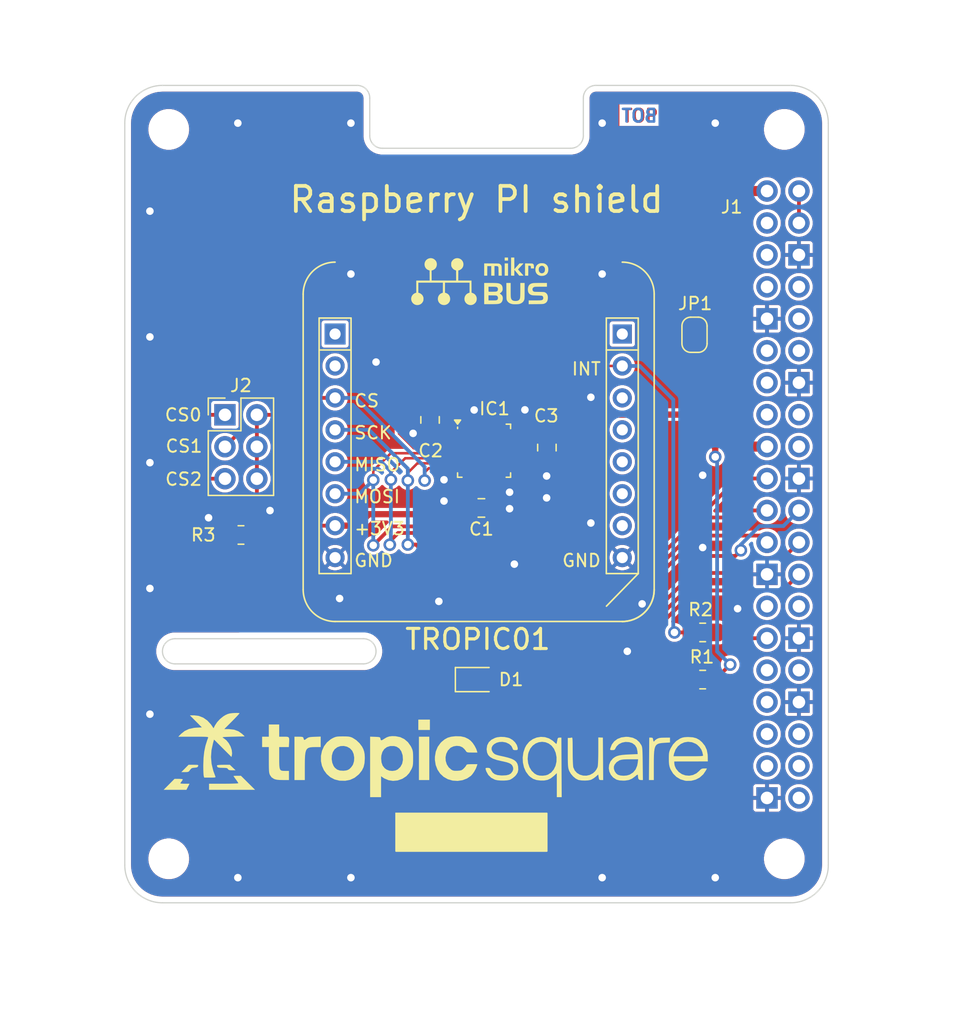
<source format=kicad_pcb>
(kicad_pcb (version 20241229) (generator "pcbnew") (generator_version "9.0")
  (layers (0 "F.Cu" signal) (2 "B.Cu" signal) (13 "F.Paste" user) (15 "B.Paste" user) (5 "F.SilkS" user "F.Silkscreen") (7 "B.SilkS" user "B.Silkscreen") (1 "F.Mask" user) (3 "B.Mask" user) (25 "Edge.Cuts" user))
  (net 0 "")
  (net 1 "GND")
  (net 2 "/GPO")
  (net 3 "VCC")
  (net 4 "/SPI_SCK")
  (net 5 "/SPI_MOSI")
  (net 6 "/SPI_CS")
  (net 7 "/SPI_MISO")
  (net 9 "Net-(D1-A)")
  (net 28 "/GPIO5")
  (net 29 "+5V")
  (net 50 "/SPI_CE0")
  (net 51 "/GPIO25")
  (net 53 "Net-(J1-Pin_1)")
  (net 54 "/SPI_CE1")
  (footprint "Capacitor_SMD:C_0805_2012Metric_Pad1.18x1.45mm_HandSolder" (layer "F.Cu") (at 146.1 98.8 90)
    (property "Reference" "C3" (at 2.52 -0.05 0) (layer "F.SilkS"))
    (property "Value" "100n")
    (pad "1" smd roundrect (at -1.0375 0 90) (size 1.175 1.45) (layers "F.Cu" "F.Mask" "F.Paste") (roundrect_rratio 0.212766) (net 1 "GND"))
    (pad "2" smd roundrect (at 1.0375 0 90) (size 1.175 1.45) (layers "F.Cu" "F.Mask" "F.Paste") (roundrect_rratio 0.212766) (net 3 "VCC"))
  )
  (footprint "Capacitor_SMD:C_0805_2012Metric_Pad1.18x1.45mm_HandSolder" (layer "F.Cu") (at 136.8 96.6 90)
    (property "Reference" "C2" (at -2.45 0.05 0) (layer "F.SilkS"))
    (property "Value" "100n")
    (pad "1" smd roundrect (at -1.0375 0 90) (size 1.175 1.45) (layers "F.Cu" "F.Mask" "F.Paste") (roundrect_rratio 0.212766) (net 1 "GND"))
    (pad "2" smd roundrect (at 1.0375 0 90) (size 1.175 1.45) (layers "F.Cu" "F.Mask" "F.Paste") (roundrect_rratio 0.212766) (net 3 "VCC"))
  )
  (footprint "Capacitor_SMD:C_0805_2012Metric_Pad1.18x1.45mm_HandSolder" (layer "F.Cu") (at 140.8875 103.6 180)
    (property "Reference" "C1" (at 0 -1.68 0) (layer "F.SilkS"))
    (property "Value" "100n")
    (pad "1" smd roundrect (at -1.0375 0 180) (size 1.175 1.45) (layers "F.Cu" "F.Mask" "F.Paste") (roundrect_rratio 0.212766) (net 1 "GND"))
    (pad "2" smd roundrect (at 1.0375 0 180) (size 1.175 1.45) (layers "F.Cu" "F.Mask" "F.Paste") (roundrect_rratio 0.212766) (net 3 "VCC"))
  )
  (footprint "ts_logo:tropicsquare_logo" (layer "F.Cu") (at 137.321836 122.762091)
    (property "Reference" "G1" (hide yes))
    (property "Value" "logo" (hide yes))
  )
  (footprint "ts_mikrobus:TROPIC01_mikrobus" (layer "F.Cu") (at 129.24 89.77)
    (property "Reference" "CON1" (hide yes))
    (property "Value" "TROPIC01" (at 11.36 24.28 0) (layer "F.SilkS") (effects (font (size 1.6 1.6) (thickness 0.25))))
    (fp_text user "+3V3" (at 3.54 15.475 0) (layer "F.SilkS"))
    (fp_text user "INT" (at 19.997534 2.775 0) (layer "F.SilkS"))
    (fp_text user "SCK" (at 3.01619 7.855 0) (layer "F.SilkS"))
    (fp_text user "GND" (at 3.063809 18.015 0) (layer "F.SilkS"))
    (fp_text user "MOSI" (at 3.349524 12.935 0) (layer "F.SilkS"))
    (fp_text user "CS" (at 2.51619 5.315 0) (layer "F.SilkS"))
    (fp_text user "MISO" (at 3.349524 10.395 0) (layer "F.SilkS"))
    (fp_text user "GND" (at 19.616581 18.015 0) (layer "F.SilkS"))
    (pad "P1" thru_hole rect (at 0 0) (size 1.6764 1.6764) (drill 0.889) (layers "*.Cu" "*.Mask"))
    (pad "P2" thru_hole circle (at 0 2.54) (size 1.524 1.524) (drill 0.889) (layers "*.Cu" "*.Mask"))
    (pad "P3" thru_hole circle (at 0 5.08) (size 1.524 1.524) (drill 0.889) (layers "*.Cu" "*.Mask") (net 6 "/SPI_CS"))
    (pad "P4" thru_hole circle (at 0 7.62) (size 1.524 1.524) (drill 0.889) (layers "*.Cu" "*.Mask") (net 4 "/SPI_SCK"))
    (pad "P5" thru_hole circle (at 0 10.16) (size 1.524 1.524) (drill 0.889) (layers "*.Cu" "*.Mask") (net 7 "/SPI_MISO"))
    (pad "P6" thru_hole circle (at 0 12.7) (size 1.524 1.524) (drill 0.889) (layers "*.Cu" "*.Mask") (net 5 "/SPI_MOSI"))
    (pad "P7" thru_hole circle (at 0 15.24) (size 1.524 1.524) (drill 0.889) (layers "*.Cu" "*.Mask") (net 3 "VCC"))
    (pad "P8" thru_hole circle (at 0 17.78) (size 1.524 1.524) (drill 0.889) (layers "*.Cu" "*.Mask") (net 1 "GND"))
    (pad "P9" thru_hole circle (at 22.86 17.78) (size 1.524 1.524) (drill 0.889) (layers "*.Cu" "*.Mask") (net 1 "GND"))
    (pad "P10" thru_hole circle (at 22.86 15.24) (size 1.524 1.524) (drill 0.889) (layers "*.Cu" "*.Mask"))
    (pad "P11" thru_hole circle (at 22.86 12.7) (size 1.524 1.524) (drill 0.889) (layers "*.Cu" "*.Mask"))
    (pad "P12" thru_hole circle (at 22.86 10.16) (size 1.524 1.524) (drill 0.889) (layers "*.Cu" "*.Mask"))
    (pad "P13" thru_hole circle (at 22.86 7.62) (size 1.524 1.524) (drill 0.889) (layers "*.Cu" "*.Mask"))
    (pad "P14" thru_hole circle (at 22.86 5.08) (size 1.524 1.524) (drill 0.889) (layers "*.Cu" "*.Mask"))
    (pad "P15" thru_hole circle (at 22.86 2.54) (size 1.524 1.524) (drill 0.889) (layers "*.Cu" "*.Mask") (net 2 "/GPO"))
    (pad "P16" thru_hole rect (at 22.86 0) (size 1.524 1.524) (drill 0.889) (layers "*.Cu" "*.Mask"))
  )
  (footprint "Resistor_SMD:R_0805_2012Metric_Pad1.20x1.40mm_HandSolder" (layer "F.Cu") (at 121.75 105.75)
    (property "Reference" "R3" (at -3 0 0) (layer "F.SilkS"))
    (property "Value" "47k")
    (pad "1" smd roundrect (at -1 0) (size 1.2 1.4) (layers "F.Cu" "F.Mask" "F.Paste") (roundrect_rratio 0.208333) (net 6 "/SPI_CS"))
    (pad "2" smd roundrect (at 1 0) (size 1.2 1.4) (layers "F.Cu" "F.Mask" "F.Paste") (roundrect_rratio 0.208333) (net 3 "VCC"))
  )
  (footprint "Resistor_SMD:R_0805_2012Metric_Pad1.20x1.40mm_HandSolder" (layer "F.Cu") (at 158.5 117.25)
    (property "Reference" "R1" (at -0.06 -1.8 0) (layer "F.SilkS"))
    (property "Value" "1k")
    (pad "1" smd roundrect (at -1 0) (size 1.2 1.4) (layers "F.Cu" "F.Mask" "F.Paste") (roundrect_rratio 0.208333) (net 9 "Net-(D1-A)"))
    (pad "2" smd roundrect (at 1 0) (size 1.2 1.4) (layers "F.Cu" "F.Mask" "F.Paste") (roundrect_rratio 0.208333) (net 3 "VCC"))
  )
  (footprint "Fiducial:Fiducial_0.5mm_Mask1mm" (layer "F.Cu") (at 157.5 131.5)
    (property "Reference" "FID1" (hide yes))
    (property "Value" "Fiducial" (hide yes))
    (pad "" smd circle (at 0 0) (size 0.5 0.5) (layers "F.Cu" "F.Mask") (clearance 0.25))
  )
  (footprint "shields:RPI_Hat_B+" (layer "F.Cu") (at 165 102.5 -90)
    (property "Reference" "J1" (at -22.83 4.19 0) (layer "F.SilkS"))
    (property "Value" "RPI socket")
    (fp_line (start -29.5 52.5) (end 29.5 52.5) (stroke (width 0.1)) (layer "Edge.Cuts"))
    (fp_line (start -32.5 34) (end -32.5 49.5) (stroke (width 0.1)) (layer "Edge.Cuts"))
    (fp_line (start 11.5 33.5) (end 11.5 48.5) (stroke (width 0.1)) (layer "Edge.Cuts"))
    (fp_line (start 13.5 33.5) (end 13.5 48.5) (stroke (width 0.1)) (layer "Edge.Cuts"))
    (fp_line (start -31.5 33) (end -28.5 33) (stroke (width 0.1)) (layer "Edge.Cuts"))
    (fp_line (start -27.5 17) (end -27.5 32) (stroke (width 0.1)) (layer "Edge.Cuts"))
    (fp_line (start -31.5 16) (end -28.5 16) (stroke (width 0.1)) (layer "Edge.Cuts"))
    (fp_line (start -32.5 -0.5) (end -32.5 15) (stroke (width 0.1)) (layer "Edge.Cuts"))
    (fp_line (start 32.5 -0.5) (end 32.5 49.5) (stroke (width 0.1)) (layer "Edge.Cuts"))
    (fp_line (start -29.500001 -3.500001) (end 29.5 -3.5) (stroke (width 0.1)) (layer "Edge.Cuts"))
    (fp_arc (start -29.5 52.5) (mid -31.62132 51.62132) (end -32.5 49.5) (stroke (width 0.1)) (layer "Edge.Cuts"))
    (fp_arc (start 32.5 49.5) (mid 31.62132 51.62132) (end 29.5 52.5) (stroke (width 0.1)) (layer "Edge.Cuts"))
    (fp_arc (start 13.5 48.5) (mid 12.5 49.5) (end 11.5 48.5) (stroke (width 0.1)) (layer "Edge.Cuts"))
    (fp_arc (start -32.5 34) (mid -32.207107 33.292893) (end -31.5 33) (stroke (width 0.1)) (layer "Edge.Cuts"))
    (fp_arc (start 11.5 33.5) (mid 12.5 32.5) (end 13.5 33.5) (stroke (width 0.1)) (layer "Edge.Cuts"))
    (fp_arc (start -27.5 32) (mid -27.792893 32.707107) (end -28.5 33) (stroke (width 0.1)) (layer "Edge.Cuts"))
    (fp_arc (start -31.5 16) (mid -32.207107 15.707107) (end -32.5 15) (stroke (width 0.1)) (layer "Edge.Cuts"))
    (fp_arc (start -28.5 16) (mid -27.792893 16.292893) (end -27.5 17) (stroke (width 0.1)) (layer "Edge.Cuts"))
    (fp_arc (start -32.500001 -0.500001) (mid -31.621321 -2.621321) (end -29.500001 -3.500001) (stroke (width 0.1)) (layer "Edge.Cuts"))
    (fp_arc (start 29.5 -3.5) (mid 31.62132 -2.62132) (end 32.5 -0.5) (stroke (width 0.1)) (layer "Edge.Cuts"))
    (pad "" np_thru_hole circle (at -29 0) (size 2.75 2.75) (drill 2.75) (layers "*.Cu" "*.Mask"))
    (pad "" np_thru_hole circle (at -29 49) (size 2.75 2.75) (drill 2.75) (layers "*.Cu" "*.Mask"))
    (pad "" np_thru_hole circle (at 29 0) (size 2.75 2.75) (drill 2.75) (layers "*.Cu" "*.Mask"))
    (pad "" np_thru_hole circle (at 29 49) (size 2.75 2.75) (drill 2.75) (layers "*.Cu" "*.Mask"))
    (pad "1" thru_hole circle (at -24.1 1.378) (size 1.7 1.7) (drill 1) (layers "*.Cu" "*.Mask") (net 53 "Net-(J1-Pin_1)"))
    (pad "2" thru_hole oval (at -24.1 -1.162) (size 1.7 1.7) (drill 1) (layers "*.Cu" "*.Mask") (net 29 "+5V"))
    (pad "3" thru_hole oval (at -21.56 1.378) (size 1.7 1.7) (drill 1) (layers "*.Cu" "*.Mask"))
    (pad "4" thru_hole oval (at -21.56 -1.162) (size 1.7 1.7) (drill 1) (layers "*.Cu" "*.Mask") (net 29 "+5V"))
    (pad "5" thru_hole oval (at -19.02 1.378) (size 1.7 1.7) (drill 1) (layers "*.Cu" "*.Mask"))
    (pad "6" thru_hole rect (at -19.02 -1.162) (size 1.7 1.7) (drill 1) (layers "*.Cu" "*.Mask") (net 1 "GND"))
    (pad "7" thru_hole oval (at -16.48 1.378) (size 1.7 1.7) (drill 1) (layers "*.Cu" "*.Mask"))
    (pad "8" thru_hole oval (at -16.48 -1.162) (size 1.7 1.7) (drill 1) (layers "*.Cu" "*.Mask"))
    (pad "9" thru_hole rect (at -13.94 1.378) (size 1.7 1.7) (drill 1) (layers "*.Cu" "*.Mask") (net 1 "GND"))
    (pad "10" thru_hole oval (at -13.94 -1.162) (size 1.7 1.7) (drill 1) (layers "*.Cu" "*.Mask"))
    (pad "11" thru_hole oval (at -11.4 1.378) (size 1.7 1.7) (drill 1) (layers "*.Cu" "*.Mask"))
    (pad "12" thru_hole oval (at -11.4 -1.162) (size 1.7 1.7) (drill 1) (layers "*.Cu" "*.Mask"))
    (pad "13" thru_hole oval (at -8.86 1.378) (size 1.7 1.7) (drill 1) (layers "*.Cu" "*.Mask"))
    (pad "14" thru_hole rect (at -8.86 -1.162) (size 1.7 1.7) (drill 1) (layers "*.Cu" "*.Mask") (net 1 "GND"))
    (pad "15" thru_hole oval (at -6.32 1.378) (size 1.7 1.7) (drill 1) (layers "*.Cu" "*.Mask"))
    (pad "16" thru_hole oval (at -6.32 -1.162) (size 1.7 1.7) (drill 1) (layers "*.Cu" "*.Mask"))
    (pad "17" thru_hole oval (at -3.78 1.378) (size 1.7 1.7) (drill 1) (layers "*.Cu" "*.Mask") (net 53 "Net-(J1-Pin_1)"))
    (pad "18" thru_hole oval (at -3.78 -1.162) (size 1.7 1.7) (drill 1) (layers "*.Cu" "*.Mask"))
    (pad "19" thru_hole oval (at -1.24 1.378) (size 1.7 1.7) (drill 1) (layers "*.Cu" "*.Mask") (net 5 "/SPI_MOSI"))
    (pad "20" thru_hole rect (at -1.24 -1.162) (size 1.7 1.7) (drill 1) (layers "*.Cu" "*.Mask") (net 1 "GND"))
    (pad "21" thru_hole oval (at 1.3 1.378) (size 1.7 1.7) (drill 1) (layers "*.Cu" "*.Mask") (net 7 "/SPI_MISO"))
    (pad "22" thru_hole oval (at 1.3 -1.162) (size 1.7 1.7) (drill 1) (layers "*.Cu" "*.Mask") (net 51 "/GPIO25"))
    (pad "23" thru_hole oval (at 3.84 1.378) (size 1.7 1.7) (drill 1) (layers "*.Cu" "*.Mask") (net 4 "/SPI_SCK"))
    (pad "24" thru_hole oval (at 3.84 -1.162) (size 1.7 1.7) (drill 1) (layers "*.Cu" "*.Mask") (net 50 "/SPI_CE0"))
    (pad "25" thru_hole rect (at 6.38 1.378) (size 1.7 1.7) (drill 1) (layers "*.Cu" "*.Mask") (net 1 "GND"))
    (pad "26" thru_hole oval (at 6.38 -1.162) (size 1.7 1.7) (drill 1) (layers "*.Cu" "*.Mask") (net 54 "/SPI_CE1"))
    (pad "27" thru_hole oval (at 8.92 1.378) (size 1.7 1.7) (drill 1) (layers "*.Cu" "*.Mask"))
    (pad "28" thru_hole oval (at 8.92 -1.162) (size 1.7 1.7) (drill 1) (layers "*.Cu" "*.Mask"))
    (pad "29" thru_hole oval (at 11.46 1.378) (size 1.7 1.7) (drill 1) (layers "*.Cu" "*.Mask") (net 28 "/GPIO5"))
    (pad "30" thru_hole rect (at 11.46 -1.162) (size 1.7 1.7) (drill 1) (layers "*.Cu" "*.Mask") (net 1 "GND"))
    (pad "31" thru_hole oval (at 14 1.378) (size 1.7 1.7) (drill 1) (layers "*.Cu" "*.Mask"))
    (pad "32" thru_hole oval (at 14 -1.162) (size 1.7 1.7) (drill 1) (layers "*.Cu" "*.Mask"))
    (pad "33" thru_hole oval (at 16.54 1.378) (size 1.7 1.7) (drill 1) (layers "*.Cu" "*.Mask"))
    (pad "34" thru_hole rect (at 16.54 -1.162) (size 1.7 1.7) (drill 1) (layers "*.Cu" "*.Mask") (net 1 "GND"))
    (pad "35" thru_hole oval (at 19.08 1.378) (size 1.7 1.7) (drill 1) (layers "*.Cu" "*.Mask"))
    (pad "36" thru_hole oval (at 19.08 -1.162) (size 1.7 1.7) (drill 1) (layers "*.Cu" "*.Mask"))
    (pad "37" thru_hole oval (at 21.62 1.378) (size 1.7 1.7) (drill 1) (layers "*.Cu" "*.Mask"))
    (pad "38" thru_hole oval (at 21.62 -1.162) (size 1.7 1.7) (drill 1) (layers "*.Cu" "*.Mask"))
    (pad "39" thru_hole rect (at 24.16 1.378) (size 1.7 1.7) (drill 1) (layers "*.Cu" "*.Mask") (net 1 "GND"))
    (pad "40" thru_hole oval (at 24.16 -1.162) (size 1.7 1.7) (drill 1) (layers "*.Cu" "*.Mask"))
  )
  (footprint "LED_SMD:LED_0805_2012Metric" (layer "F.Cu") (at 140.5 117.25)
    (property "Reference" "D1" (at 2.75 0 0) (layer "F.SilkS"))
    (property "Value" "LED_G")
    (pad "1" smd roundrect (at -0.9375 0) (size 0.975 1.4) (layers "F.Cu" "F.Mask" "F.Paste") (net 1 "GND"))
    (pad "2" smd roundrect (at 0.9375 0) (size 0.975 1.4) (layers "F.Cu" "F.Mask" "F.Paste") (net 9 "Net-(D1-A)"))
  )
  (footprint "Resistor_SMD:R_0805_2012Metric_Pad1.20x1.40mm_HandSolder" (layer "F.Cu") (at 158.5 113.5)
    (property "Reference" "R2" (at -0.17 -1.81 0) (layer "F.SilkS"))
    (property "Value" "1k")
    (pad "1" smd roundrect (at -1 0) (size 1.2 1.4) (layers "F.Cu" "F.Mask" "F.Paste") (roundrect_rratio 0.208333) (net 2 "/GPO"))
    (pad "2" smd roundrect (at 1 0) (size 1.2 1.4) (layers "F.Cu" "F.Mask" "F.Paste") (roundrect_rratio 0.208333) (net 28 "/GPIO5"))
  )
  (footprint "_mechanical:SolderJumper-2_P1.3mm_Bridged" (layer "F.Cu") (at 157.85 89.83 -90)
    (property "Reference" "JP1" (at -2.48 -0.05 180) (layer "F.SilkS"))
    (property "Value" "SolderJumper_2_Bridged" (hide yes))
    (fp_poly (pts (xy -0.25 -0.1) (xy 0.25 -0.1) (xy 0.25 0.1) (xy -0.25 0.1)) (fill yes) (layer "F.Cu"))
    (pad "1" smd custom (at -0.6 0 270) (size 1 0.5) (layers "F.Cu" "F.Mask") (net 53 "Net-(J1-Pin_1)") (options (clearance outline) (anchor rect)) (primitives (gr_circle (center 0 0.25) (end 0.5 0.25) (width 0) (fill yes)) (gr_circle (center 0 -0.25) (end 0.5 -0.25) (width 0) (fill yes)) (gr_poly (pts (xy 0.5 0.75) (xy 0 0.75) (xy 0 -0.75) (xy 0.5 -0.75)) (width 0) (fill yes))))
    (pad "2" smd custom (at 0.6 0 270) (size 1 0.5) (layers "F.Cu" "F.Mask") (net 3 "VCC") (options (clearance outline) (anchor rect)) (primitives (gr_circle (center 0 0.25) (end 0.5 0.25) (width 0) (fill yes)) (gr_circle (center 0 -0.25) (end 0.5 -0.25) (width 0) (fill yes)) (gr_poly (pts (xy 0 0.75) (xy -0.5 0.75) (xy -0.5 -0.75) (xy 0 -0.75)) (width 0) (fill yes))))
  )
  (footprint "Connector_PinHeader_2.54mm:PinHeader_2x03_P2.54mm_Vertical" (layer "F.Cu") (at 120.475 96.195)
    (property "Reference" "J2" (at 1.27 -2.33 0) (layer "F.SilkS"))
    (property "Value" "CS select jumper switch")
    (pad "1" thru_hole rect (at 0 0) (size 1.7 1.7) (drill 1) (layers "*.Cu" "*.Mask") (net 50 "/SPI_CE0"))
    (pad "2" thru_hole oval (at 2.54 0) (size 1.7 1.7) (drill 1) (layers "*.Cu" "*.Mask") (net 6 "/SPI_CS"))
    (pad "3" thru_hole oval (at 0 2.54) (size 1.7 1.7) (drill 1) (layers "*.Cu" "*.Mask") (net 54 "/SPI_CE1"))
    (pad "4" thru_hole oval (at 2.54 2.54) (size 1.7 1.7) (drill 1) (layers "*.Cu" "*.Mask") (net 6 "/SPI_CS"))
    (pad "5" thru_hole oval (at 0 5.08) (size 1.7 1.7) (drill 1) (layers "*.Cu" "*.Mask") (net 51 "/GPIO25"))
    (pad "6" thru_hole oval (at 2.54 5.08) (size 1.7 1.7) (drill 1) (layers "*.Cu" "*.Mask") (net 6 "/SPI_CS"))
  )
  (footprint "tropic01_chip:QFN-32-1EP_4x4mm_P0.4mm_EP2.65x2.65mm" (layer "F.Cu") (at 141.1 99.05)
    (property "Reference" "IC1" (at 0.83 -3.34 0) (layer "F.SilkS"))
    (property "Value" "TROPIC01_chip")
    (pad "1" smd custom (at -1.95 -1.4) (size 0.129289 0.129289) (layers "F.Cu" "F.Mask" "F.Paste") (net 3 "VCC") (options (clearance outline) (anchor circle)) (primitives (gr_poly (pts (xy -0.35 -0.05) (xy 0.279289 -0.05) (xy 0.35 0.020711) (xy 0.35 0.05) (xy -0.35 0.05)) (width 0.1) (fill yes))))
    (pad "2" smd roundrect (at -1.95 -1) (size 0.8 0.2) (layers "F.Cu" "F.Mask" "F.Paste") (net 1 "GND"))
    (pad "3" smd roundrect (at -1.95 -0.6) (size 0.8 0.2) (layers "F.Cu" "F.Mask" "F.Paste") (net 1 "GND"))
    (pad "4" smd roundrect (at -1.95 -0.2) (size 0.8 0.2) (layers "F.Cu" "F.Mask" "F.Paste") (net 2 "/GPO"))
    (pad "5" smd roundrect (at -1.95 0.2) (size 0.8 0.2) (layers "F.Cu" "F.Mask" "F.Paste") (net 5 "/SPI_MOSI"))
    (pad "6" smd roundrect (at -1.95 0.6) (size 0.8 0.2) (layers "F.Cu" "F.Mask" "F.Paste") (net 7 "/SPI_MISO"))
    (pad "7" smd roundrect (at -1.95 1) (size 0.8 0.2) (layers "F.Cu" "F.Mask" "F.Paste") (net 4 "/SPI_SCK"))
    (pad "8" smd custom (at -1.95 1.4) (size 0.129289 0.129289) (layers "F.Cu" "F.Mask" "F.Paste") (net 6 "/SPI_CS") (options (clearance outline) (anchor circle)) (primitives (gr_poly (pts (xy -0.35 -0.05) (xy 0.35 -0.05) (xy 0.35 -0.020711) (xy 0.279289 0.05) (xy -0.35 0.05)) (width 0.1) (fill yes))))
    (pad "9" smd custom (at -1.4 1.95) (size 0.129289 0.129289) (layers "F.Cu" "F.Mask" "F.Paste") (net 1 "GND") (options (clearance outline) (anchor circle)) (primitives (gr_poly (pts (xy -0.05 -0.279289) (xy 0.020711 -0.35) (xy 0.05 -0.35) (xy 0.05 0.35) (xy -0.05 0.35)) (width 0.1) (fill yes))))
    (pad "10" smd roundrect (at -1 1.95) (size 0.2 0.8) (layers "F.Cu" "F.Mask" "F.Paste") (net 1 "GND"))
    (pad "11" smd roundrect (at -0.6 1.95) (size 0.2 0.8) (layers "F.Cu" "F.Mask" "F.Paste") (net 3 "VCC"))
    (pad "12" smd roundrect (at -0.2 1.95) (size 0.2 0.8) (layers "F.Cu" "F.Mask" "F.Paste") (net 1 "GND"))
    (pad "13" smd roundrect (at 0.2 1.95) (size 0.2 0.8) (layers "F.Cu" "F.Mask" "F.Paste"))
    (pad "14" smd roundrect (at 0.6 1.95) (size 0.2 0.8) (layers "F.Cu" "F.Mask" "F.Paste"))
    (pad "15" smd roundrect (at 1 1.95) (size 0.2 0.8) (layers "F.Cu" "F.Mask" "F.Paste"))
    (pad "16" smd custom (at 1.4 1.95) (size 0.129289 0.129289) (layers "F.Cu" "F.Mask" "F.Paste") (options (clearance outline) (anchor circle)) (primitives (gr_poly (pts (xy -0.05 -0.35) (xy -0.020711 -0.35) (xy 0.05 -0.279289) (xy 0.05 0.35) (xy -0.05 0.35)) (width 0.1) (fill yes))))
    (pad "17" smd custom (at 1.95 1.4) (size 0.129289 0.129289) (layers "F.Cu" "F.Mask" "F.Paste") (options (clearance outline) (anchor circle)) (primitives (gr_poly (pts (xy -0.35 -0.05) (xy 0.35 -0.05) (xy 0.35 0.05) (xy -0.279289 0.05) (xy -0.35 -0.020711)) (width 0.1) (fill yes))))
    (pad "18" smd roundrect (at 1.95 1) (size 0.8 0.2) (layers "F.Cu" "F.Mask" "F.Paste"))
    (pad "19" smd roundrect (at 1.95 0.6) (size 0.8 0.2) (layers "F.Cu" "F.Mask" "F.Paste"))
    (pad "20" smd roundrect (at 1.95 0.2) (size 0.8 0.2) (layers "F.Cu" "F.Mask" "F.Paste"))
    (pad "21" smd roundrect (at 1.95 -0.2) (size 0.8 0.2) (layers "F.Cu" "F.Mask" "F.Paste"))
    (pad "22" smd roundrect (at 1.95 -0.6) (size 0.8 0.2) (layers "F.Cu" "F.Mask" "F.Paste") (net 3 "VCC"))
    (pad "23" smd roundrect (at 1.95 -1) (size 0.8 0.2) (layers "F.Cu" "F.Mask" "F.Paste") (net 1 "GND"))
    (pad "24" smd custom (at 1.95 -1.4) (size 0.129289 0.129289) (layers "F.Cu" "F.Mask" "F.Paste") (net 3 "VCC") (options (clearance outline) (anchor circle)) (primitives (gr_poly (pts (xy -0.35 0.020711) (xy -0.279289 -0.05) (xy 0.35 -0.05) (xy 0.35 0.05) (xy -0.35 0.05)) (width 0.1) (fill yes))))
    (pad "25" smd custom (at 1.4 -1.95) (size 0.129289 0.129289) (layers "F.Cu" "F.Mask" "F.Paste") (options (clearance outline) (anchor circle)) (primitives (gr_poly (pts (xy -0.05 -0.35) (xy 0.05 -0.35) (xy 0.05 0.279289) (xy -0.020711 0.35) (xy -0.05 0.35)) (width 0.1) (fill yes))))
    (pad "26" smd roundrect (at 1 -1.95) (size 0.2 0.8) (layers "F.Cu" "F.Mask" "F.Paste"))
    (pad "27" smd roundrect (at 0.6 -1.95) (size 0.2 0.8) (layers "F.Cu" "F.Mask" "F.Paste"))
    (pad "28" smd roundrect (at 0.2 -1.95) (size 0.2 0.8) (layers "F.Cu" "F.Mask" "F.Paste"))
    (pad "29" smd roundrect (at -0.2 -1.95) (size 0.2 0.8) (layers "F.Cu" "F.Mask" "F.Paste"))
    (pad "30" smd roundrect (at -0.6 -1.95) (size 0.2 0.8) (layers "F.Cu" "F.Mask" "F.Paste") (net 1 "GND"))
    (pad "31" smd roundrect (at -1 -1.95) (size 0.2 0.8) (layers "F.Cu" "F.Mask" "F.Paste") (net 1 "GND"))
    (pad "32" smd custom (at -1.4 -1.95) (size 0.129289 0.129289) (layers "F.Cu" "F.Mask" "F.Paste") (options (clearance outline) (anchor circle)) (primitives (gr_poly (pts (xy -0.05 -0.35) (xy 0.05 -0.35) (xy 0.05 0.35) (xy 0.020711 0.35) (xy -0.05 0.279289)) (width 0.1) (fill yes))))
    (pad "33" smd rect (at 0 0) (size 2.65 2.65) (property pad_prop_heatsink) (layers "F.Cu" "F.Mask") (net 1 "GND"))
  )
  (gr_rect (start 134.09191 127.887802) (end 146.09191 130.887802) (stroke (width 0.12)) (fill yes) (layer "F.SilkS"))
  (gr_text "TOP" (at 152 73 0) (layer "F.Cu") (effects (font (size 1 1) (thickness 0.2) (bold yes)) (justify left bottom)))
  (gr_text "BOT" (at 155 73 0) (layer "B.Cu") (effects (font (size 1 1) (thickness 0.2) (bold yes)) (justify left bottom mirror)))
  (gr_text "CS2" (at 115.63 101.9 0) (layer "F.SilkS") (effects (font (size 1 1)) (justify left bottom)))
  (gr_text "Raspberry PI shield" (at 140.5 80.25 0) (layer "F.SilkS") (effects (font (size 2 2) (thickness 0.3)) (justify bottom)))
  (gr_text "CS1" (at 115.66 99.27 0) (layer "F.SilkS") (effects (font (size 1 1)) (justify left bottom)))
  (gr_text "CS0" (at 115.6 96.79 0) (layer "F.SilkS") (effects (font (size 1 1)) (justify left bottom)))
  (segment (start 142.1 98.05) (end 141.1 99.05) (width 0.2) (layer "F.Cu") (net 1))
  (segment (start 139.15 98.45) (end 140.5 98.45) (width 0.2) (layer "F.Cu") (net 1))
  (segment (start 140.9 99.25) (end 141.1 99.05) (width 0.2) (layer "F.Cu") (net 1))
  (segment (start 140.1 98.05) (end 141.1 99.05) (width 0.2) (layer "F.Cu") (net 1))
  (segment (start 144.23 98.05) (end 144.8 98.62) (width 0.2) (layer "F.Cu") (net 1))
  (segment (start 141.925 102.785) (end 141.925 103.6) (width 0.2) (layer "F.Cu") (net 1))
  (segment (start 139.15 98.05) (end 140.1 98.05) (width 0.2) (layer "F.Cu") (net 1))
  (segment (start 140.1 101) (end 140.1 101.65) (width 0.2) (layer "F.Cu") (net 1))
  (segment (start 140.1 97.1) (end 140.1 98.05) (width 0.2) (layer "F.Cu") (net 1))
  (segment (start 140.1 97.1) (end 140.1 96.02) (width 0.2) (layer "F.Cu") (net 1))
  (segment (start 139.7 101.68) (end 139.44 101.94) (width 0.2) (layer "F.Cu") (net 1))
  (segment (start 140.9 101.76) (end 141.925 102.785) (width 0.2) (layer "F.Cu") (net 1))
  (segment (start 140.9 101) (end 140.9 101.76) (width 0.2) (layer "F.Cu") (net 1))
  (segment (start 144.8 98.62) (end 144.8 99.47) (width 0.2) (layer "F.Cu") (net 1))
  (segment (start 140.1 100.05) (end 141.1 99.05) (width 0.2) (layer "F.Cu") (net 1))
  (segment (start 140.1 101) (end 140.1 100.05) (width 0.2) (layer "F.Cu") (net 1))
  (segment (start 143.05 98.05) (end 142.1 98.05) (width 0.2) (layer "F.Cu") (net 1))
  (segment (start 145.1675 99.8375) (end 146.1 99.8375) (width 0.2) (layer "F.Cu") (net 1))
  (segment (start 139.81 101.94) (end 139.44 101.94) (width 0.2) (layer "F.Cu") (net 1))
  (segment (start 140.1 101.65) (end 139.81 101.94) (width 0.2) (layer "F.Cu") (net 1))
  (segment (start 140.5 97.1) (end 140.5 96) (width 0.2) (layer "F.Cu") (net 1))
  (segment (start 139.44 101.94) (end 138.49 101.94) (width 0.2) (layer "F.Cu") (net 1))
  (segment (start 139.7 101) (end 139.7 101.68) (width 0.2) (layer "F.Cu") (net 1))
  (segment (start 138.49 101.94) (end 137.91 101.36) (width 0.2) (layer "F.Cu") (net 1))
  (segment (start 140.1 96.02) (end 140.31 95.81) (width 0.2) (layer "F.Cu") (net 1))
  (segment (start 139.15 98.45) (end 137.6125 98.45) (width 0.2) (layer "F.Cu") (net 1))
  (segment (start 140.5 98.45) (end 141.1 99.05) (width 0.2) (layer "F.Cu") (net 1))
  (segment (start 144.8 99.47) (end 145.1675 99.8375) (width 0.2) (layer "F.Cu") (net 1))
  (segment (start 140.5 96) (end 140.31 95.81) (width 0.2) (layer "F.Cu") (net 1))
  (segment (start 137.6125 98.45) (end 136.8 97.6375) (width 0.2) (layer "F.Cu") (net 1))
  (segment (start 139.15 98.05) (end 137.2125 98.05) (width 0.2) (layer "F.Cu") (net 1))
  (segment (start 140.5 97.1) (end 140.5 98.45) (width 0.2) (layer "F.Cu") (net 1))
  (segment (start 137.2125 98.05) (end 136.8 97.6375) (width 0.2) (layer "F.Cu") (net 1))
  (segment (start 140.01 100.14) (end 141.1 99.05) (width 0.2) (layer "F.Cu") (net 1))
  (segment (start 143.05 98.05) (end 144.23 98.05) (width 0.2) (layer "F.Cu") (net 1))
  (segment (start 140.9 101) (end 140.9 99.25) (width 0.2) (layer "F.Cu") (net 1))
  (via (at 130.5 85) (size 1) (drill 0.6) (layers "F.Cu" "B.Cu") (net 1))
  (via (at 149.6 104.8) (size 1) (drill 0.6) (layers "F.Cu" "B.Cu") (net 1))
  (via (at 153.68 111.23) (size 1) (drill 0.6) (layers "F.Cu" "B.Cu") (net 1))
  (via (at 137.5 111.03) (size 1) (drill 0.6) (layers "F.Cu" "B.Cu") (net 1))
  (via (at 114.5 90) (size 1) (drill 0.6) (layers "F.Cu" "B.Cu") (net 1))
  (via (at 132.5 92) (size 1) (drill 0.6) (layers "F.Cu" "B.Cu") (net 1))
  (via (at 158.5 101) (size 1) (drill 0.6) (layers "F.Cu" "B.Cu") (net 1))
  (via (at 119.17 104.38) (size 1) (drill 0.6) (layers "F.Cu" "B.Cu") (net 1))
  (via (at 143.13 103.66) (size 1) (drill 0.6) (layers "F.Cu" "B.Cu") (net 1))
  (via (at 140.31 95.81) (size 1) (drill 0.6) (layers "F.Cu" "B.Cu") (net 1))
  (via (at 152.5 115) (size 1) (drill 0.6) (layers "F.Cu" "B.Cu") (net 1))
  (via (at 121.5 73) (size 1) (drill 0.6) (layers "F.Cu" "B.Cu") (net 1))
  (via (at 150.5 73) (size 1) (drill 0.6) (layers "F.Cu" "B.Cu") (net 1))
  (via (at 114.5 80) (size 1) (drill 0.6) (layers "F.Cu" "B.Cu") (net 1))
  (via (at 161.28 111.61) (size 1) (drill 0.6) (layers "F.Cu" "B.Cu") (net 1))
  (via (at 130.5 133) (size 1) (drill 0.6) (layers "F.Cu" "B.Cu") (net 1))
  (via (at 150.5 133) (size 1) (drill 0.6) (layers "F.Cu" "B.Cu") (net 1))
  (via (at 129.6 110.8) (size 1) (drill 0.6) (layers "F.Cu" "B.Cu") (net 1))
  (via (at 159.5 133) (size 1) (drill 0.6) (layers "F.Cu" "B.Cu") (net 1))
  (via (at 146.08 102.8) (size 1) (drill 0.6) (layers "F.Cu" "B.Cu") (net 1))
  (via (at 146.08 101.06) (size 1) (drill 0.6) (layers "F.Cu" "B.Cu") (net 1))
  (via (at 158.5 106.75) (size 1) (drill 0.6) (layers "F.Cu" "B.Cu") (net 1))
  (via (at 114.5 100) (size 1) (drill 0.6) (layers "F.Cu" "B.Cu") (net 1))
  (via (at 159.5 73) (size 1) (drill 0.6) (layers "F.Cu" "B.Cu") (net 1))
  (via (at 143.13 102.35) (size 1) (drill 0.6) (layers "F.Cu" "B.Cu") (net 1))
  (via (at 137.91 101.36) (size 1) (drill 0.6) (layers "F.Cu" "B.Cu") (net 1))
  (via (at 114.5 120) (size 1) (drill 0.6) (layers "F.Cu" "B.Cu") (net 1))
  (via (at 114.5 110) (size 1) (drill 0.6) (layers "F.Cu" "B.Cu") (net 1))
  (via (at 121.5 133) (size 1) (drill 0.6) (layers "F.Cu" "B.Cu") (net 1))
  (via (at 135.45 97.67) (size 1) (drill 0.6) (layers "F.Cu" "B.Cu") (net 1))
  (via (at 143.51 108.07) (size 1) (drill 0.6) (layers "F.Cu" "B.Cu") (net 1))
  (via (at 149.6 94.8) (size 1) (drill 0.6) (layers "F.Cu" "B.Cu") (net 1))
  (via (at 124.06 103.81) (size 1) (drill 0.6) (layers "F.Cu" "B.Cu") (net 1))
  (via (at 150.5 85) (size 1) (drill 0.6) (layers "F.Cu" "B.Cu") (net 1))
  (via (at 130.5 73) (size 1) (drill 0.6) (layers "F.Cu" "B.Cu") (net 1))
  (via (at 144.35 95.8) (size 1) (drill 0.6) (layers "F.Cu" "B.Cu") (net 1))
  (via (at 137.91 103.05) (size 1) (drill 0.6) (layers "F.Cu" "B.Cu") (net 1))
  (segment (start 135.498629 98.85) (end 134.33 97.681371) (width 0.2) (layer "F.Cu") (net 2))
  (segment (start 156.25 113.5) (end 157.5 113.5) (width 0.3) (layer "F.Cu") (net 2))
  (segment (start 139.15 98.85) (end 135.498629 98.85) (width 0.2) (layer "F.Cu") (net 2))
  (segment (start 134.33 97.681371) (end 134.33 94.05) (width 0.2) (layer "F.Cu") (net 2))
  (segment (start 136.07 92.31) (end 152.6 92.31) (width 0.2) (layer "F.Cu") (net 2))
  (segment (start 134.33 94.05) (end 136.07 92.31) (width 0.2) (layer "F.Cu") (net 2))
  (via (at 156.25 113.5) (size 1) (drill 0.6) (layers "F.Cu" "B.Cu") (net 2))
  (segment (start 156.25 113.5) (end 156.16 113.41) (width 0.3) (layer "B.Cu") (net 2))
  (segment (start 153.48 92.31) (end 152.1 92.31) (width 0.3) (layer "B.Cu") (net 2))
  (segment (start 156.16 94.99) (end 153.48 92.31) (width 0.3) (layer "B.Cu") (net 2))
  (segment (start 156.16 113.41) (end 156.16 94.99) (width 0.3) (layer "B.Cu") (net 2))
  (segment (start 157.88 96.178) (end 148.002 96.178) (width 0.5) (layer "F.Cu") (net 3))
  (segment (start 138.025 104.1) (end 139.195 105.27) (width 0.5) (layer "F.Cu") (net 3))
  (segment (start 131.02 105.01) (end 131.93 104.1) (width 0.5) (layer "F.Cu") (net 3))
  (segment (start 148.002 96.178) (end 147.61 96.57) (width 0.5) (layer "F.Cu") (net 3))
  (segment (start 139.83 103.58) (end 139.85 103.6) (width 0.5) (layer "F.Cu") (net 3))
  (segment (start 137.5125 95.5625) (end 136.8 95.5625) (width 0.2) (layer "F.Cu") (net 3))
  (segment (start 143.92 98.45) (end 144.4 98.93) (width 0.2) (layer "F.Cu") (net 3))
  (segment (start 145.9875 97.65) (end 146.1 97.7625) (width 0.2) (layer "F.Cu") (net 3))
  (segment (start 129.74 105.01) (end 131.02 105.01) (width 0.5) (layer "F.Cu") (net 3))
  (segment (start 139.82 105.27) (end 144.4 105.27) (width 0.5) (layer "F.Cu") (net 3))
  (segment (start 139.195 105.27) (end 139.82 105.27) (width 0.5) (layer "F.Cu") (net 3))
  (segment (start 160.69 116.06) (end 159.5 117.25) (width 0.3) (layer "F.Cu") (net 3))
  (segment (start 144.4 105.27) (end 145.72 105.27) (width 0.5) (layer "F.Cu") (net 3))
  (segment (start 159.5 99.54) (end 159.5 98.8) (width 0.5) (layer "F.Cu") (net 3))
  (segment (start 146.1 97.7625) (end 147.5925 97.7625) (width 0.2) (layer "F.Cu") (net 3))
  (segment (start 147.61 103.38) (end 147.61 97.78) (width 0.5) (layer "F.Cu") (net 3))
  (segment (start 139.85 105.24) (end 139.82 105.27) (width 0.2) (layer "F.Cu") (net 3))
  (segment (start 147.5925 97.7625) (end 147.61 97.78) (width 0.2) (layer "F.Cu") (net 3))
  (segment (start 157.85 90.43) (end 157.85 96.148) (width 0.8) (layer "F.Cu") (net 3))
  (segment (start 147.61 97.78) (end 147.61 96.57) (width 0.5) (layer "F.Cu") (net 3))
  (segment (start 140.5 101) (end 140.5 101.82) (width 0.2) (layer "F.Cu") (net 3))
  (segment (start 122.75 105.75) (end 125.72 105.75) (width 0.3) (layer "F.Cu") (net 3))
  (segment (start 143.05 98.45) (end 143.92 98.45) (width 0.2) (layer "F.Cu") (net 3))
  (segment (start 126.46 105.01) (end 129.24 105.01) (width 0.3) (layer "F.Cu") (net 3))
  (segment (start 125.72 105.75) (end 126.46 105.01) (width 0.3) (layer "F.Cu") (net 3))
  (segment (start 157.86 96.198) (end 157.88 96.178) (width 0.5) (layer "F.Cu") (net 3))
  (segment (start 145.72 105.27) (end 147.61 103.38) (width 0.5) (layer "F.Cu") (net 3))
  (segment (start 131.93 104.1) (end 138.025 104.1) (width 0.5) (layer "F.Cu") (net 3))
  (segment (start 157.86 97.16) (end 157.86 96.198) (width 0.5) (layer "F.Cu") (net 3))
  (segment (start 157.85 96.148) (end 157.88 96.178) (width 0.8) (layer "F.Cu") (net 3))
  (segment (start 159.5 98.8) (end 157.86 97.16) (width 0.5) (layer "F.Cu") (net 3))
  (segment (start 137.12 94.33) (end 136.8 94.65) (width 0.5) (layer "F.Cu") (net 3))
  (segment (start 144.4 98.93) (end 144.4 105.27) (width 0.2) (layer "F.Cu") (net 3))
  (segment (start 139.15 97.65) (end 138.48 97.65) (width 0.2) (layer "F.Cu") (net 3))
  (segment (start 145.37 94.33) (end 137.12 94.33) (width 0.5) (layer "F.Cu") (net 3))
  (segment (start 139.85 102.47) (end 139.85 103.6) (width 0.2) (layer "F.Cu") (net 3))
  (segment (start 138.48 97.65) (end 138.11 97.28) (width 0.2) (layer "F.Cu") (net 3))
  (segment (start 147.61 96.57) (end 145.37 94.33) (width 0.5) (layer "F.Cu") (net 3))
  (segment (start 136.8 94.65) (end 136.8 95.5625) (width 0.5) (layer "F.Cu") (net 3))
  (segment (start 138.11 97.28) (end 138.11 96.16) (width 0.2) (layer "F.Cu") (net 3))
  (segment (start 140.5 101.82) (end 139.85 102.47) (width 0.2) (layer "F.Cu") (net 3))
  (segment (start 139.85 103.6) (end 139.85 105.24) (width 0.2) (layer "F.Cu") (net 3))
  (segment (start 143.05 97.65) (end 145.9875 97.65) (width 0.2) (layer "F.Cu") (net 3))
  (segment (start 138.11 96.16) (end 137.5125 95.5625) (width 0.2) (layer "F.Cu") (net 3))
  (via (at 159.5 99.54) (size 1) (drill 0.6) (layers "F.Cu" "B.Cu") (net 3))
  (via (at 160.69 116.06) (size 1) (drill 0.6) (layers "F.Cu" "B.Cu") (net 3))
  (segment (start 159.65 99.69) (end 159.65 115.02) (width 0.3) (layer "B.Cu") (net 3))
  (segment (start 159.5 99.54) (end 159.65 99.69) (width 0.3) (layer "B.Cu") (net 3))
  (segment (start 159.65 115.02) (end 160.69 116.06) (width 0.3) (layer "B.Cu") (net 3))
  (segment (start 163.082 105.8) (end 163.622 106.34) (width 0.3) (layer "F.Cu") (net 4))
  (segment (start 153.747106 110.22) (end 158.167106 105.8) (width 0.3) (layer "F.Cu") (net 4))
  (segment (start 135.03 106.51) (end 135.67 106.51) (width 0.3) (layer "F.Cu") (net 4))
  (segment (start 137.567106 107.34) (end 140.154212 109.927107) (width 0.3) (layer "F.Cu") (net 4))
  (segment (start 135.67 106.51) (end 136.5 107.34) (width 0.3) (layer "F.Cu") (net 4))
  (segment (start 136.5 107.34) (end 137.567106 107.34) (width 0.3) (layer "F.Cu") (net 4))
  (segment (start 140.154212 109.927107) (end 140.447105 110.22) (width 0.3) (layer "F.Cu") (net 4))
  (segment (start 158.167106 105.8) (end 163.082 105.8) (width 0.3) (layer "F.Cu") (net 4))
  (segment (start 135.03 100.81) (end 135.79 100.05) (width 0.2) (layer "F.Cu") (net 4))
  (segment (start 140.447105 110.22) (end 153.747106 110.22) (width 0.3) (layer "F.Cu") (net 4))
  (segment (start 135.79 100.05) (end 139.15 100.05) (width 0.2) (layer "F.Cu") (net 4))
  (segment (start 135.03 101.42) (end 135.03 100.81) (width 0.2) (layer "F.Cu") (net 4))
  (via (at 135.03 101.42) (size 1) (drill 0.6) (layers "F.Cu" "B.Cu") (net 4))
  (via (at 135.03 106.51) (size 1) (drill 0.6) (layers "F.Cu" "B.Cu") (net 4))
  (segment (start 135.03 100.48) (end 131.94 97.39) (width 0.3) (layer "B.Cu") (net 4))
  (segment (start 135.03 101.42) (end 135.03 100.48) (width 0.3) (layer "B.Cu") (net 4))
  (segment (start 135.03 106.51) (end 135.03 101.42) (width 0.3) (layer "B.Cu") (net 4))
  (segment (start 131.94 97.39) (end 129.74 97.39) (width 0.3) (layer "B.Cu") (net 4))
  (segment (start 132.28 101.38) (end 132.28 100.644314) (width 0.2) (layer "F.Cu") (net 5))
  (segment (start 133.78 105.07) (end 132.28 106.57) (width 0.3) (layer "F.Cu") (net 5))
  (segment (start 133.674314 99.25) (end 139.15 99.25) (width 0.2) (layer "F.Cu") (net 5))
  (segment (start 137.901319 106.26) (end 136.967106 106.26) (width 0.3) (layer "F.Cu") (net 5))
  (segment (start 132.28 100.644314) (end 133.674314 99.25) (width 0.2) (layer "F.Cu") (net 5))
  (segment (start 129.74 102.36) (end 129.74 102.47) (width 0.2) (layer "F.Cu") (net 5))
  (segment (start 135.777106 105.07) (end 133.78 105.07) (width 0.3) (layer "F.Cu") (net 5))
  (segment (start 136.967106 106.26) (end 135.777106 105.07) (width 0.3) (layer "F.Cu") (net 5))
  (segment (start 140.861318 109.22) (end 138.194212 106.552893) (width 0.3) (layer "F.Cu") (net 5))
  (segment (start 138.194212 106.552893) (end 137.901319 106.26) (width 0.3) (layer "F.Cu") (net 5))
  (segment (start 153.33 109.22) (end 140.861318 109.22) (width 0.3) (layer "F.Cu") (net 5))
  (segment (start 163.622 101.26) (end 161.29 101.26) (width 0.3) (layer "F.Cu") (net 5))
  (segment (start 161.29 101.26) (end 153.33 109.22) (width 0.3) (layer "F.Cu") (net 5))
  (via (at 132.28 106.57) (size 1) (drill 0.6) (layers "F.Cu" "B.Cu") (net 5))
  (via (at 132.28 101.38) (size 1) (drill 0.6) (layers "F.Cu" "B.Cu") (net 5))
  (segment (start 132.28 101.38) (end 131.19 102.47) (width 0.3) (layer "B.Cu") (net 5))
  (segment (start 131.19 102.47) (end 129.74 102.47) (width 0.3) (layer "B.Cu") (net 5))
  (segment (start 132.28 106.57) (end 132.28 101.38) (width 0.3) (layer "B.Cu") (net 5))
  (segment (start 123.015 98.735) (end 123.015 96.195) (width 0.3) (layer "F.Cu") (net 6))
  (segment (start 125.305 96.195) (end 126.65 94.85) (width 0.3) (layer "F.Cu") (net 6))
  (segment (start 136.37 101.42) (end 136.37 100.77) (width 0.2) (layer "F.Cu") (net 6))
  (segment (start 136.37 100.77) (end 136.69 100.45) (width 0.2) (layer "F.Cu") (net 6))
  (segment (start 123.015 102.585) (end 123.015 101.275) (width 0.3) (layer "F.Cu") (net 6))
  (segment (start 126.65 94.85) (end 129.24 94.85) (width 0.3) (layer "F.Cu") (net 6))
  (segment (start 120.75 105.75) (end 120.75 104.85) (width 0.3) (layer "F.Cu") (net 6))
  (segment (start 123.015 96.195) (end 125.305 96.195) (width 0.3) (layer "F.Cu") (net 6))
  (segment (start 120.75 104.85) (end 123.015 102.585) (width 0.3) (layer "F.Cu") (net 6))
  (segment (start 136.69 100.45) (end 139.15 100.45) (width 0.2) (layer "F.Cu") (net 6))
  (segment (start 123.015 101.275) (end 123.015 98.735) (width 0.3) (layer "F.Cu") (net 6))
  (via (at 136.37 101.42) (size 1) (drill 0.6) (layers "F.Cu" "B.Cu") (net 6))
  (segment (start 136.37 100.34) (end 130.88 94.85) (width 0.3) (layer "B.Cu") (net 6))
  (segment (start 136.37 101.42) (end 136.37 100.34) (width 0.3) (layer "B.Cu") (net 6))
  (segment (start 130.88 94.85) (end 129.74 94.85) (width 0.3) (layer "B.Cu") (net 6))
  (segment (start 161.83 103.8) (end 163.622 103.8) (width 0.3) (layer "F.Cu") (net 7))
  (segment (start 133.595 106.255) (end 134.26 105.59) (width 0.3) (layer "F.Cu") (net 7))
  (segment (start 134.82 99.65) (end 139.15 99.65) (width 0.2) (layer "F.Cu") (net 7))
  (segment (start 135.59 105.59) (end 136.76 106.76) (width 0.3) (layer "F.Cu") (net 7))
  (segment (start 133.68 100.79) (end 134.82 99.65) (width 0.2) (layer "F.Cu") (net 7))
  (segment (start 158.9 104.36) (end 161.27 104.36) (width 0.3) (layer "F.Cu") (net 7))
  (segment (start 137.694212 106.76) (end 140.654212 109.72) (width 0.3) (layer "F.Cu") (net 7))
  (segment (start 136.76 106.76) (end 137.694212 106.76) (width 0.3) (layer "F.Cu") (net 7))
  (segment (start 140.654212 109.72) (end 153.54 109.72) (width 0.3) (layer "F.Cu") (net 7))
  (segment (start 153.54 109.72) (end 158.9 104.36) (width 0.3) (layer "F.Cu") (net 7))
  (segment (start 133.595 106.525) (end 133.595 106.255) (width 0.3) (layer "F.Cu") (net 7))
  (segment (start 134.26 105.59) (end 135.59 105.59) (width 0.3) (layer "F.Cu") (net 7))
  (segment (start 133.68 101.35) (end 133.68 100.79) (width 0.2) (layer "F.Cu") (net 7))
  (segment (start 161.27 104.36) (end 161.83 103.8) (width 0.3) (layer "F.Cu") (net 7))
  (via (at 133.595 106.525) (size 1) (drill 0.6) (layers "F.Cu" "B.Cu") (net 7))
  (via (at 133.68 101.35) (size 1) (drill 0.6) (layers "F.Cu" "B.Cu") (net 7))
  (segment (start 133.68 106.44) (end 133.68 101.35) (width 0.3) (layer "B.Cu") (net 7))
  (segment (start 132.91 99.93) (end 129.74 99.93) (width 0.3) (layer "B.Cu") (net 7))
  (segment (start 133.68 100.7) (end 132.91 99.93) (width 0.3) (layer "B.Cu") (net 7))
  (segment (start 133.68 101.35) (end 133.68 100.7) (width 0.3) (layer "B.Cu") (net 7))
  (segment (start 133.595 106.525) (end 133.68 106.44) (width 0.3) (layer "B.Cu") (net 7))
  (segment (start 141.4375 117.25) (end 157.5 117.25) (width 0.3) (layer "F.Cu") (net 9))
  (segment (start 159.52 113.52) (end 161.98 113.52) (width 0.3) (layer "F.Cu") (net 28))
  (segment (start 159.5 113.5) (end 159.52 113.52) (width 0.3) (layer "F.Cu") (net 28))
  (segment (start 162.42 113.96) (end 163.622 113.96) (width 0.3) (layer "F.Cu") (net 28))
  (segment (start 161.98 113.52) (end 162.42 113.96) (width 0.3) (layer "F.Cu") (net 28))
  (segment (start 166.162 78.4) (end 166.162 80.94) (width 0.3) (layer "F.Cu") (net 29))
  (segment (start 166.162 106.34) (end 164.912 107.59) (width 0.3) (layer "F.Cu") (net 50))
  (segment (start 164.912 107.59) (end 162.49 107.59) (width 0.3) (layer "F.Cu") (net 50))
  (segment (start 122.272894 112.64) (end 117.35 107.717106) (width 0.3) (layer "F.Cu") (net 50))
  (segment (start 117.35 98) (end 119.155 96.195) (width 0.3) (layer "F.Cu") (net 50))
  (segment (start 119.155 96.195) (end 120.475 96.195) (width 0.3) (layer "F.Cu") (net 50))
  (segment (start 154.66 112.64) (end 122.272894 112.64) (width 0.3) (layer "F.Cu") (net 50))
  (segment (start 162.49 107.59) (end 161.31 108.77) (width 0.3) (layer "F.Cu") (net 50))
  (segment (start 117.35 107.717106) (end 117.35 98) (width 0.3) (layer "F.Cu") (net 50))
  (segment (start 161.31 108.77) (end 158.53 108.77) (width 0.3) (layer "F.Cu") (net 50))
  (segment (start 158.53 108.77) (end 154.66 112.64) (width 0.3) (layer "F.Cu") (net 50))
  (segment (start 117.85 107.51) (end 117.85 102.45) (width 0.3) (layer "F.Cu") (net 51))
  (segment (start 119.025 101.275) (end 120.475 101.275) (width 0.3) (layer "F.Cu") (net 51))
  (segment (start 117.85 102.45) (end 119.025 101.275) (width 0.3) (layer "F.Cu") (net 51))
  (segment (start 159.08 107.42) (end 154.4 112.1) (width 0.3) (layer "F.Cu") (net 51))
  (segment (start 161.54 106.97) (end 161.09 107.42) (width 0.3) (layer "F.Cu") (net 51))
  (segment (start 161.09 107.42) (end 159.08 107.42) (width 0.3) (layer "F.Cu") (net 51))
  (segment (start 154.4 112.1) (end 122.44 112.1) (width 0.3) (layer "F.Cu") (net 51))
  (segment (start 122.44 112.1) (end 117.85 107.51) (width 0.3) (layer "F.Cu") (net 51))
  (via (at 161.54 106.97) (size 1) (drill 0.6) (layers "F.Cu" "B.Cu") (net 51))
  (segment (start 161.54 106.97) (end 161.54 106.52) (width 0.3) (layer "B.Cu") (net 51))
  (segment (start 163.02 105.04) (end 164.922 105.04) (width 0.3) (layer "B.Cu") (net 51))
  (segment (start 164.922 105.04) (end 166.162 103.8) (width 0.3) (layer "B.Cu") (net 51))
  (segment (start 161.54 106.52) (end 163.02 105.04) (width 0.3) (layer "B.Cu") (net 51))
  (segment (start 160.31 86.51) (end 160.31 79.71) (width 0.8) (layer "F.Cu") (net 53))
  (segment (start 157.85 87.76) (end 159.1 86.51) (width 0.8) (layer "F.Cu") (net 53))
  (segment (start 160.31 79.71) (end 161.62 78.4) (width 0.8) (layer "F.Cu") (net 53))
  (segment (start 161.91 98.72) (end 160.31 97.12) (width 0.8) (layer "F.Cu") (net 53))
  (segment (start 160.31 97.12) (end 160.31 86.51) (width 0.8) (layer "F.Cu") (net 53))
  (segment (start 159.1 86.51) (end 160.31 86.51) (width 0.8) (layer "F.Cu") (net 53))
  (segment (start 157.85 89.23) (end 157.85 87.76) (width 0.8) (layer "F.Cu") (net 53))
  (segment (start 163.622 98.72) (end 161.91 98.72) (width 0.8) (layer "F.Cu") (net 53))
  (segment (start 161.62 78.4) (end 163.622 78.4) (width 0.8) (layer "F.Cu") (net 53))
  (segment (start 157.847107 110.16) (end 154.867107 113.14) (width 0.3) (layer "F.Cu") (net 54))
  (segment (start 118.86 94.87) (end 121.45 94.87) (width 0.3) (layer "F.Cu") (net 54))
  (segment (start 166.162 108.88) (end 164.882 110.16) (width 0.3) (layer "F.Cu") (net 54))
  (segment (start 154.867107 113.14) (end 122.065788 113.14) (width 0.3) (layer "F.Cu") (net 54))
  (segment (start 116.85 96.88) (end 118.86 94.87) (width 0.3) (layer "F.Cu") (net 54))
  (segment (start 122.065788 113.14) (end 116.85 107.924212) (width 0.3) (layer "F.Cu") (net 54))
  (segment (start 121.45 94.87) (end 121.71 95.13) (width 0.3) (layer "F.Cu") (net 54))
  (segment (start 116.85 107.924212) (end 116.85 96.88) (width 0.3) (layer "F.Cu") (net 54))
  (segment (start 121.71 95.13) (end 121.71 97.5) (width 0.3) (layer "F.Cu") (net 54))
  (segment (start 121.71 97.5) (end 120.475 98.735) (width 0.3) (layer "F.Cu") (net 54))
  (segment (start 164.882 110.16) (end 157.847107 110.16) (width 0.3) (layer "F.Cu") (net 54))
  (zone (net 1) (net_name "GND") (layers "F.Cu" "B.Cu") (connect_pads (clearance 0.25)) (min_thickness 0.25) (fill yes (thermal_gap 0.25) (thermal_bridge_width 0.3))
    (polygon (pts (xy 112.75 70.25) (xy 168.25 70.25) (xy 168.25 134.75) (xy 112.75 134.75)))
  )
)
</source>
